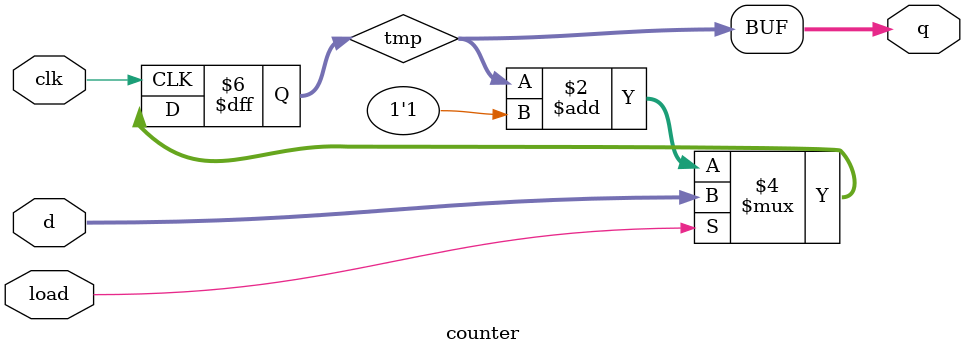
<source format=sv>
        module counter (clk, load, d, q);
        input bit       clk, load;
        input bit [3:0] d;
        output bit [3:0] q;
        bit    [3:0] tmp;
        always_ff @(posedge clk)
        begin
           if (load)
              tmp <= d;
           else
              tmp <= tmp + 1'b1;
        end
           assign q = tmp;
        endmodule 
</source>
